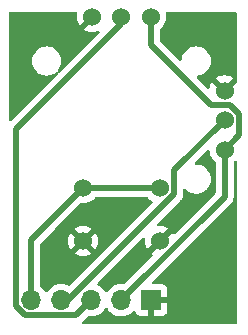
<source format=gbr>
%TF.GenerationSoftware,KiCad,Pcbnew,(6.0.1)*%
%TF.CreationDate,2022-04-14T00:08:53-05:00*%
%TF.ProjectId,THB001P,54484230-3031-4502-9e6b-696361645f70,rev?*%
%TF.SameCoordinates,Original*%
%TF.FileFunction,Copper,L1,Top*%
%TF.FilePolarity,Positive*%
%FSLAX46Y46*%
G04 Gerber Fmt 4.6, Leading zero omitted, Abs format (unit mm)*
G04 Created by KiCad (PCBNEW (6.0.1)) date 2022-04-14 00:08:53*
%MOMM*%
%LPD*%
G01*
G04 APERTURE LIST*
%TA.AperFunction,ComponentPad*%
%ADD10R,1.700000X1.700000*%
%TD*%
%TA.AperFunction,ComponentPad*%
%ADD11O,1.700000X1.700000*%
%TD*%
%TA.AperFunction,ComponentPad*%
%ADD12C,1.524000*%
%TD*%
%TA.AperFunction,Conductor*%
%ADD13C,0.500000*%
%TD*%
G04 APERTURE END LIST*
D10*
%TO.P,J1,1,Pin_1*%
%TO.N,GND*%
X111755000Y-124460000D03*
D11*
%TO.P,J1,2,Pin_2*%
%TO.N,+3V3*%
X109215000Y-124460000D03*
%TO.P,J1,3,Pin_3*%
%TO.N,/2*%
X106675000Y-124460000D03*
%TO.P,J1,4,Pin_4*%
%TO.N,/2'*%
X104135000Y-124460000D03*
%TO.P,J1,5,Pin_5*%
%TO.N,/Button*%
X101595000Y-124460000D03*
%TD*%
D12*
%TO.P,U1,1,1*%
%TO.N,+3V3*%
X111720000Y-100490000D03*
%TO.P,U1,1',1'*%
X117950000Y-111720000D03*
%TO.P,U1,2,2*%
%TO.N,/2*%
X109220000Y-100490000D03*
%TO.P,U1,2',2'*%
%TO.N,/2'*%
X117950000Y-109220000D03*
%TO.P,U1,3,3*%
%TO.N,GND*%
X106720000Y-100490000D03*
%TO.P,U1,3',3'*%
X117950000Y-106720000D03*
%TO.P,U1,a,a*%
%TO.N,/Button*%
X105970000Y-114970000D03*
%TO.P,U1,b,b*%
X112470000Y-114970000D03*
%TO.P,U1,c,c*%
%TO.N,GND*%
X105970000Y-119470000D03*
%TO.P,U1,d,d*%
X112470000Y-119470000D03*
%TD*%
D13*
%TO.N,+3V3*%
X117950000Y-115725000D02*
X117950000Y-111720000D01*
X109215000Y-124460000D02*
X117950000Y-115725000D01*
%TO.N,/2*%
X100295489Y-124998276D02*
X100295489Y-109984531D01*
X101056724Y-125759511D02*
X100295489Y-124998276D01*
X105375489Y-125759511D02*
X101056724Y-125759511D01*
X100295489Y-109984531D02*
X109220000Y-101060020D01*
X106675000Y-124460000D02*
X105375489Y-125759511D01*
%TO.N,/2'*%
X104693336Y-124460000D02*
X104135000Y-124460000D01*
X113681511Y-115471825D02*
X104693336Y-124460000D01*
X113681511Y-113488489D02*
X113681511Y-115471825D01*
X117950000Y-109220000D02*
X113681511Y-113488489D01*
%TO.N,/Button*%
X101595000Y-119345000D02*
X101595000Y-124460000D01*
X105970000Y-114970000D02*
X101595000Y-119345000D01*
%TO.N,+3V3*%
X111720000Y-102830000D02*
X111720000Y-100490000D01*
X116840000Y-107950000D02*
X111720000Y-102830000D01*
X119161511Y-110508489D02*
X119161511Y-108718175D01*
X119161511Y-108718175D02*
X118393336Y-107950000D01*
X117950000Y-111720000D02*
X119161511Y-110508489D01*
X118393336Y-107950000D02*
X116840000Y-107950000D01*
%TO.N,/Button*%
X112470000Y-114970000D02*
X105970000Y-114970000D01*
%TD*%
%TA.AperFunction,Conductor*%
%TO.N,GND*%
G36*
X118910032Y-112660892D02*
G01*
X118966868Y-112703439D01*
X118991679Y-112769959D01*
X118992000Y-112778948D01*
X118992000Y-126366000D01*
X118971998Y-126434121D01*
X118918342Y-126480614D01*
X118866000Y-126492000D01*
X106019871Y-126492000D01*
X105951750Y-126471998D01*
X105905257Y-126418342D01*
X105895153Y-126348068D01*
X105924647Y-126283488D01*
X105930776Y-126276905D01*
X106366441Y-125841240D01*
X106428753Y-125807214D01*
X106480657Y-125806865D01*
X106513597Y-125813567D01*
X106518772Y-125813757D01*
X106518774Y-125813757D01*
X106731673Y-125821564D01*
X106731677Y-125821564D01*
X106736837Y-125821753D01*
X106741957Y-125821097D01*
X106741959Y-125821097D01*
X106953288Y-125794025D01*
X106953289Y-125794025D01*
X106958416Y-125793368D01*
X106963366Y-125791883D01*
X107167429Y-125730661D01*
X107167434Y-125730659D01*
X107172384Y-125729174D01*
X107372994Y-125630896D01*
X107554860Y-125501173D01*
X107576772Y-125479338D01*
X107695036Y-125361486D01*
X107713096Y-125343489D01*
X107843453Y-125162077D01*
X107844776Y-125163028D01*
X107891645Y-125119857D01*
X107961580Y-125107625D01*
X108027026Y-125135144D01*
X108054875Y-125166994D01*
X108114987Y-125265088D01*
X108261250Y-125433938D01*
X108433126Y-125576632D01*
X108626000Y-125689338D01*
X108834692Y-125769030D01*
X108839760Y-125770061D01*
X108839763Y-125770062D01*
X108947017Y-125791883D01*
X109053597Y-125813567D01*
X109058772Y-125813757D01*
X109058774Y-125813757D01*
X109271673Y-125821564D01*
X109271677Y-125821564D01*
X109276837Y-125821753D01*
X109281957Y-125821097D01*
X109281959Y-125821097D01*
X109493288Y-125794025D01*
X109493289Y-125794025D01*
X109498416Y-125793368D01*
X109503366Y-125791883D01*
X109707429Y-125730661D01*
X109707434Y-125730659D01*
X109712384Y-125729174D01*
X109912994Y-125630896D01*
X110094860Y-125501173D01*
X110116772Y-125479338D01*
X110203479Y-125392933D01*
X110265851Y-125359017D01*
X110336658Y-125364205D01*
X110393419Y-125406851D01*
X110410401Y-125437954D01*
X110451676Y-125548054D01*
X110460214Y-125563649D01*
X110536715Y-125665724D01*
X110549276Y-125678285D01*
X110651351Y-125754786D01*
X110666946Y-125763324D01*
X110787394Y-125808478D01*
X110802649Y-125812105D01*
X110853514Y-125817631D01*
X110860328Y-125818000D01*
X111482885Y-125818000D01*
X111498124Y-125813525D01*
X111499329Y-125812135D01*
X111501000Y-125804452D01*
X111501000Y-125799884D01*
X112009000Y-125799884D01*
X112013475Y-125815123D01*
X112014865Y-125816328D01*
X112022548Y-125817999D01*
X112649669Y-125817999D01*
X112656490Y-125817629D01*
X112707352Y-125812105D01*
X112722604Y-125808479D01*
X112843054Y-125763324D01*
X112858649Y-125754786D01*
X112960724Y-125678285D01*
X112973285Y-125665724D01*
X113049786Y-125563649D01*
X113058324Y-125548054D01*
X113103478Y-125427606D01*
X113107105Y-125412351D01*
X113112631Y-125361486D01*
X113113000Y-125354672D01*
X113113000Y-124732115D01*
X113108525Y-124716876D01*
X113107135Y-124715671D01*
X113099452Y-124714000D01*
X112027115Y-124714000D01*
X112011876Y-124718475D01*
X112010671Y-124719865D01*
X112009000Y-124727548D01*
X112009000Y-125799884D01*
X111501000Y-125799884D01*
X111501000Y-124332000D01*
X111521002Y-124263879D01*
X111574658Y-124217386D01*
X111627000Y-124206000D01*
X113094884Y-124206000D01*
X113110123Y-124201525D01*
X113111328Y-124200135D01*
X113112999Y-124192452D01*
X113112999Y-123565331D01*
X113112629Y-123558510D01*
X113107105Y-123507648D01*
X113103479Y-123492396D01*
X113058324Y-123371946D01*
X113049786Y-123356351D01*
X112973285Y-123254276D01*
X112960724Y-123241715D01*
X112858649Y-123165214D01*
X112843054Y-123156676D01*
X112722606Y-123111522D01*
X112707351Y-123107895D01*
X112656486Y-123102369D01*
X112649672Y-123102000D01*
X111949870Y-123102001D01*
X111881749Y-123081999D01*
X111835256Y-123028343D01*
X111825152Y-122958070D01*
X111854645Y-122893489D01*
X111860775Y-122886906D01*
X118438911Y-116308770D01*
X118453323Y-116296384D01*
X118464918Y-116287851D01*
X118464923Y-116287846D01*
X118470818Y-116283508D01*
X118475557Y-116277930D01*
X118475560Y-116277927D01*
X118505035Y-116243232D01*
X118511965Y-116235716D01*
X118517660Y-116230021D01*
X118535281Y-116207749D01*
X118538072Y-116204345D01*
X118580591Y-116154297D01*
X118580592Y-116154295D01*
X118585333Y-116148715D01*
X118588661Y-116142199D01*
X118592020Y-116137162D01*
X118595194Y-116132023D01*
X118599734Y-116126284D01*
X118623941Y-116074488D01*
X118630636Y-116060163D01*
X118632569Y-116056209D01*
X118648632Y-116024752D01*
X118665769Y-115991192D01*
X118667510Y-115984076D01*
X118669604Y-115978446D01*
X118671523Y-115972679D01*
X118674621Y-115966050D01*
X118689483Y-115894600D01*
X118690453Y-115890315D01*
X118706473Y-115824844D01*
X118707808Y-115819390D01*
X118708500Y-115808236D01*
X118708536Y-115808238D01*
X118708775Y-115804248D01*
X118709150Y-115800050D01*
X118710640Y-115792885D01*
X118708546Y-115715479D01*
X118708500Y-115712072D01*
X118708500Y-112805478D01*
X118728502Y-112737357D01*
X118762229Y-112702265D01*
X118765270Y-112700136D01*
X118765272Y-112700134D01*
X118769781Y-112696977D01*
X118776905Y-112689853D01*
X118839217Y-112655827D01*
X118910032Y-112660892D01*
G37*
%TD.AperFunction*%
%TA.AperFunction,Conductor*%
G36*
X116604482Y-111742365D02*
G01*
X116661318Y-111784912D01*
X116685971Y-111849439D01*
X116694022Y-111941463D01*
X116751560Y-112156196D01*
X116753882Y-112161177D01*
X116753883Y-112161178D01*
X116843186Y-112352689D01*
X116843189Y-112352694D01*
X116845512Y-112357676D01*
X116848668Y-112362183D01*
X116848669Y-112362185D01*
X116908000Y-112446918D01*
X116973023Y-112539781D01*
X117130219Y-112696977D01*
X117134728Y-112700134D01*
X117134730Y-112700136D01*
X117137771Y-112702265D01*
X117138797Y-112703548D01*
X117138943Y-112703671D01*
X117138918Y-112703700D01*
X117182099Y-112757722D01*
X117191500Y-112805478D01*
X117191500Y-115358629D01*
X117171498Y-115426750D01*
X117154595Y-115447724D01*
X113760825Y-118841494D01*
X113698513Y-118875520D01*
X113627698Y-118870455D01*
X113568515Y-118824668D01*
X113540203Y-118784233D01*
X113529729Y-118775860D01*
X113516282Y-118782928D01*
X111782207Y-120517003D01*
X111775777Y-120528777D01*
X111785073Y-120540792D01*
X111824669Y-120568518D01*
X111868997Y-120623976D01*
X111876306Y-120694595D01*
X111841493Y-120760826D01*
X109522296Y-123080023D01*
X109459984Y-123114049D01*
X109411105Y-123114975D01*
X109343284Y-123102894D01*
X109269452Y-123101992D01*
X109125081Y-123100228D01*
X109125079Y-123100228D01*
X109119911Y-123100165D01*
X108899091Y-123133955D01*
X108686756Y-123203357D01*
X108488607Y-123306507D01*
X108484474Y-123309610D01*
X108484471Y-123309612D01*
X108409765Y-123365703D01*
X108309965Y-123440635D01*
X108155629Y-123602138D01*
X108048201Y-123759621D01*
X107993293Y-123804621D01*
X107922768Y-123812792D01*
X107859021Y-123781538D01*
X107838324Y-123757054D01*
X107757822Y-123632617D01*
X107757820Y-123632614D01*
X107755014Y-123628277D01*
X107604670Y-123463051D01*
X107600619Y-123459852D01*
X107600615Y-123459848D01*
X107433414Y-123327800D01*
X107433410Y-123327798D01*
X107429359Y-123324598D01*
X107392260Y-123304118D01*
X107301970Y-123254276D01*
X107235847Y-123217774D01*
X107185877Y-123167342D01*
X107171105Y-123097899D01*
X107196221Y-123031494D01*
X107207646Y-123018371D01*
X110992464Y-119233553D01*
X111054776Y-119199527D01*
X111125591Y-119204592D01*
X111182427Y-119247139D01*
X111207238Y-119313659D01*
X111207080Y-119333630D01*
X111195628Y-119464525D01*
X111195628Y-119475475D01*
X111214038Y-119685896D01*
X111215941Y-119696691D01*
X111270609Y-119900715D01*
X111274355Y-119911007D01*
X111363623Y-120102441D01*
X111369103Y-120111932D01*
X111399794Y-120155765D01*
X111410271Y-120164140D01*
X111423718Y-120157072D01*
X113157793Y-118422997D01*
X113164223Y-118411223D01*
X113154926Y-118399207D01*
X113111931Y-118369102D01*
X113102445Y-118363624D01*
X112911007Y-118274355D01*
X112900715Y-118270609D01*
X112696691Y-118215941D01*
X112685896Y-118214038D01*
X112475475Y-118195628D01*
X112464525Y-118195628D01*
X112333630Y-118207080D01*
X112264025Y-118193091D01*
X112213033Y-118143691D01*
X112196842Y-118074566D01*
X112220594Y-118007660D01*
X112233553Y-117992464D01*
X114170422Y-116055595D01*
X114184834Y-116043209D01*
X114196429Y-116034676D01*
X114196434Y-116034671D01*
X114202329Y-116030333D01*
X114207068Y-116024755D01*
X114207071Y-116024752D01*
X114236546Y-115990057D01*
X114243476Y-115982541D01*
X114249171Y-115976846D01*
X114257712Y-115966050D01*
X114266792Y-115954574D01*
X114269583Y-115951170D01*
X114312102Y-115901122D01*
X114312103Y-115901120D01*
X114316844Y-115895540D01*
X114320172Y-115889024D01*
X114323539Y-115883975D01*
X114326706Y-115878846D01*
X114331245Y-115873109D01*
X114362166Y-115806950D01*
X114364072Y-115803050D01*
X114368859Y-115793676D01*
X114397280Y-115738017D01*
X114399019Y-115730909D01*
X114401118Y-115725266D01*
X114403035Y-115719503D01*
X114406133Y-115712875D01*
X114420998Y-115641408D01*
X114421968Y-115637124D01*
X114437984Y-115571670D01*
X114439319Y-115566215D01*
X114440011Y-115555061D01*
X114440047Y-115555063D01*
X114440286Y-115551070D01*
X114440660Y-115546878D01*
X114442151Y-115539710D01*
X114440057Y-115462304D01*
X114440011Y-115458897D01*
X114440011Y-115162927D01*
X114460013Y-115094806D01*
X114513669Y-115048313D01*
X114583943Y-115038209D01*
X114648523Y-115067703D01*
X114655106Y-115073832D01*
X114749415Y-115168141D01*
X114926145Y-115291888D01*
X114931123Y-115294209D01*
X114931126Y-115294211D01*
X115116696Y-115380744D01*
X115121678Y-115383067D01*
X115126986Y-115384489D01*
X115126988Y-115384490D01*
X115324759Y-115437482D01*
X115324760Y-115437482D01*
X115330074Y-115438906D01*
X115545000Y-115457710D01*
X115759926Y-115438906D01*
X115765240Y-115437482D01*
X115765241Y-115437482D01*
X115963012Y-115384490D01*
X115963014Y-115384489D01*
X115968322Y-115383067D01*
X115973304Y-115380744D01*
X116158874Y-115294211D01*
X116158877Y-115294209D01*
X116163855Y-115291888D01*
X116340585Y-115168141D01*
X116493141Y-115015585D01*
X116616888Y-114838855D01*
X116656450Y-114754016D01*
X116705744Y-114648304D01*
X116705745Y-114648302D01*
X116708067Y-114643322D01*
X116763906Y-114434926D01*
X116782710Y-114220000D01*
X116763906Y-114005074D01*
X116708067Y-113796678D01*
X116700011Y-113779401D01*
X116619211Y-113606126D01*
X116619209Y-113606123D01*
X116616888Y-113601145D01*
X116493141Y-113424415D01*
X116340585Y-113271859D01*
X116163855Y-113148112D01*
X116158877Y-113145791D01*
X116158874Y-113145789D01*
X115973304Y-113059256D01*
X115973302Y-113059255D01*
X115968322Y-113056933D01*
X115963014Y-113055511D01*
X115963012Y-113055510D01*
X115765241Y-113002518D01*
X115765240Y-113002518D01*
X115759926Y-113001094D01*
X115754440Y-113000614D01*
X115754434Y-113000613D01*
X115552467Y-112982942D01*
X115486349Y-112957079D01*
X115444709Y-112899575D01*
X115440769Y-112828688D01*
X115474354Y-112768327D01*
X116471355Y-111771326D01*
X116533667Y-111737300D01*
X116604482Y-111742365D01*
G37*
%TD.AperFunction*%
%TA.AperFunction,Conductor*%
G36*
X111452644Y-115748502D02*
G01*
X111487736Y-115782230D01*
X111493023Y-115789781D01*
X111650219Y-115946977D01*
X111654727Y-115950134D01*
X111654730Y-115950136D01*
X111811568Y-116059955D01*
X111855896Y-116115412D01*
X111863205Y-116186031D01*
X111828392Y-116252263D01*
X104870487Y-123210168D01*
X104808175Y-123244194D01*
X104737360Y-123239129D01*
X104720501Y-123231383D01*
X104706065Y-123223415D01*
X104693789Y-123216638D01*
X104688920Y-123214914D01*
X104688916Y-123214912D01*
X104488087Y-123143795D01*
X104488083Y-123143794D01*
X104483212Y-123142069D01*
X104478119Y-123141162D01*
X104478116Y-123141161D01*
X104268373Y-123103800D01*
X104268367Y-123103799D01*
X104263284Y-123102894D01*
X104189452Y-123101992D01*
X104045081Y-123100228D01*
X104045079Y-123100228D01*
X104039911Y-123100165D01*
X103819091Y-123133955D01*
X103606756Y-123203357D01*
X103408607Y-123306507D01*
X103404474Y-123309610D01*
X103404471Y-123309612D01*
X103329765Y-123365703D01*
X103229965Y-123440635D01*
X103075629Y-123602138D01*
X102968201Y-123759621D01*
X102913293Y-123804621D01*
X102842768Y-123812792D01*
X102779021Y-123781538D01*
X102758324Y-123757054D01*
X102677822Y-123632617D01*
X102677820Y-123632614D01*
X102675014Y-123628277D01*
X102524670Y-123463051D01*
X102520615Y-123459848D01*
X102401407Y-123365703D01*
X102360345Y-123307785D01*
X102353500Y-123266821D01*
X102353500Y-120528777D01*
X105275777Y-120528777D01*
X105285074Y-120540793D01*
X105328069Y-120570898D01*
X105337555Y-120576376D01*
X105528993Y-120665645D01*
X105539285Y-120669391D01*
X105743309Y-120724059D01*
X105754104Y-120725962D01*
X105964525Y-120744372D01*
X105975475Y-120744372D01*
X106185896Y-120725962D01*
X106196691Y-120724059D01*
X106400715Y-120669391D01*
X106411007Y-120665645D01*
X106602445Y-120576376D01*
X106611931Y-120570898D01*
X106655764Y-120540207D01*
X106664139Y-120529729D01*
X106657071Y-120516281D01*
X105982812Y-119842022D01*
X105968868Y-119834408D01*
X105967035Y-119834539D01*
X105960420Y-119838790D01*
X105282207Y-120517003D01*
X105275777Y-120528777D01*
X102353500Y-120528777D01*
X102353500Y-119711371D01*
X102373502Y-119643250D01*
X102390405Y-119622276D01*
X102537206Y-119475475D01*
X104695628Y-119475475D01*
X104714038Y-119685896D01*
X104715941Y-119696691D01*
X104770609Y-119900715D01*
X104774355Y-119911007D01*
X104863623Y-120102441D01*
X104869103Y-120111932D01*
X104899794Y-120155765D01*
X104910271Y-120164140D01*
X104923718Y-120157072D01*
X105597978Y-119482812D01*
X105604356Y-119471132D01*
X106334408Y-119471132D01*
X106334539Y-119472965D01*
X106338790Y-119479580D01*
X107017003Y-120157793D01*
X107028777Y-120164223D01*
X107040793Y-120154926D01*
X107070897Y-120111932D01*
X107076377Y-120102441D01*
X107165645Y-119911007D01*
X107169391Y-119900715D01*
X107224059Y-119696691D01*
X107225962Y-119685896D01*
X107244372Y-119475475D01*
X107244372Y-119464525D01*
X107225962Y-119254104D01*
X107224059Y-119243309D01*
X107169391Y-119039285D01*
X107165645Y-119028993D01*
X107076377Y-118837559D01*
X107070897Y-118828068D01*
X107040206Y-118784235D01*
X107029729Y-118775860D01*
X107016282Y-118782928D01*
X106342022Y-119457188D01*
X106334408Y-119471132D01*
X105604356Y-119471132D01*
X105605592Y-119468868D01*
X105605461Y-119467035D01*
X105601210Y-119460420D01*
X104922997Y-118782207D01*
X104911223Y-118775777D01*
X104899207Y-118785074D01*
X104869103Y-118828068D01*
X104863623Y-118837559D01*
X104774355Y-119028993D01*
X104770609Y-119039285D01*
X104715941Y-119243309D01*
X104714038Y-119254104D01*
X104695628Y-119464525D01*
X104695628Y-119475475D01*
X102537206Y-119475475D01*
X103602410Y-118410271D01*
X105275860Y-118410271D01*
X105282928Y-118423718D01*
X105957188Y-119097978D01*
X105971132Y-119105592D01*
X105972965Y-119105461D01*
X105979580Y-119101210D01*
X106657793Y-118422997D01*
X106664223Y-118411223D01*
X106654926Y-118399207D01*
X106611931Y-118369102D01*
X106602445Y-118363624D01*
X106411007Y-118274355D01*
X106400715Y-118270609D01*
X106196691Y-118215941D01*
X106185896Y-118214038D01*
X105975475Y-118195628D01*
X105964525Y-118195628D01*
X105754104Y-118214038D01*
X105743309Y-118215941D01*
X105539285Y-118270609D01*
X105528993Y-118274355D01*
X105337559Y-118363623D01*
X105328068Y-118369103D01*
X105284235Y-118399794D01*
X105275860Y-118410271D01*
X103602410Y-118410271D01*
X105742086Y-116270595D01*
X105804398Y-116236569D01*
X105842162Y-116234169D01*
X105964524Y-116244874D01*
X105964525Y-116244874D01*
X105970000Y-116245353D01*
X106191463Y-116225978D01*
X106340546Y-116186031D01*
X106400886Y-116169863D01*
X106400888Y-116169862D01*
X106406196Y-116168440D01*
X106436526Y-116154297D01*
X106602690Y-116076814D01*
X106602695Y-116076811D01*
X106607677Y-116074488D01*
X106738991Y-115982541D01*
X106785270Y-115950136D01*
X106785273Y-115950134D01*
X106789781Y-115946977D01*
X106946977Y-115789781D01*
X106952264Y-115782231D01*
X106953546Y-115781206D01*
X106953669Y-115781059D01*
X106953698Y-115781084D01*
X107007718Y-115737902D01*
X107055477Y-115728500D01*
X111384523Y-115728500D01*
X111452644Y-115748502D01*
G37*
%TD.AperFunction*%
%TA.AperFunction,Conductor*%
G36*
X105427547Y-100068002D02*
G01*
X105474040Y-100121658D01*
X105484144Y-100191932D01*
X105481133Y-100206611D01*
X105465941Y-100263309D01*
X105464038Y-100274104D01*
X105445628Y-100484525D01*
X105445628Y-100495475D01*
X105464038Y-100705896D01*
X105465941Y-100716691D01*
X105520609Y-100920715D01*
X105524355Y-100931007D01*
X105613623Y-101122441D01*
X105619103Y-101131932D01*
X105649794Y-101175765D01*
X105660271Y-101184140D01*
X105673718Y-101177072D01*
X106630905Y-100219885D01*
X106693217Y-100185859D01*
X106764032Y-100190924D01*
X106809095Y-100219885D01*
X106990115Y-100400905D01*
X107024141Y-100463217D01*
X107019076Y-100534032D01*
X106990115Y-100579095D01*
X106032207Y-101537003D01*
X106025777Y-101548777D01*
X106035074Y-101560793D01*
X106078069Y-101590898D01*
X106087555Y-101596376D01*
X106278993Y-101685645D01*
X106289285Y-101689391D01*
X106493309Y-101744059D01*
X106504104Y-101745962D01*
X106714525Y-101764372D01*
X106725475Y-101764372D01*
X106935896Y-101745962D01*
X106946691Y-101744059D01*
X107150715Y-101689391D01*
X107161007Y-101685645D01*
X107189211Y-101672493D01*
X107259402Y-101661832D01*
X107324215Y-101690812D01*
X107363072Y-101750231D01*
X107363635Y-101821226D01*
X107331556Y-101875783D01*
X104047267Y-105160072D01*
X103984955Y-105194098D01*
X103914140Y-105189033D01*
X103857304Y-105146486D01*
X103832493Y-105079966D01*
X103847584Y-105010592D01*
X103854959Y-104998707D01*
X103966888Y-104838855D01*
X104058067Y-104643322D01*
X104113906Y-104434926D01*
X104132710Y-104220000D01*
X104113906Y-104005074D01*
X104058067Y-103796678D01*
X103966888Y-103601145D01*
X103843141Y-103424415D01*
X103690585Y-103271859D01*
X103513855Y-103148112D01*
X103508877Y-103145791D01*
X103508874Y-103145789D01*
X103323304Y-103059256D01*
X103323302Y-103059255D01*
X103318322Y-103056933D01*
X103313014Y-103055511D01*
X103313012Y-103055510D01*
X103115241Y-103002518D01*
X103115240Y-103002518D01*
X103109926Y-103001094D01*
X102895000Y-102982290D01*
X102680074Y-103001094D01*
X102674760Y-103002518D01*
X102674759Y-103002518D01*
X102476988Y-103055510D01*
X102476986Y-103055511D01*
X102471678Y-103056933D01*
X102466698Y-103059255D01*
X102466696Y-103059256D01*
X102281126Y-103145789D01*
X102281123Y-103145791D01*
X102276145Y-103148112D01*
X102099415Y-103271859D01*
X101946859Y-103424415D01*
X101823112Y-103601145D01*
X101731933Y-103796678D01*
X101676094Y-104005074D01*
X101657290Y-104220000D01*
X101676094Y-104434926D01*
X101731933Y-104643322D01*
X101823112Y-104838855D01*
X101946859Y-105015585D01*
X102099415Y-105168141D01*
X102276145Y-105291888D01*
X102281123Y-105294209D01*
X102281126Y-105294211D01*
X102426165Y-105361844D01*
X102471678Y-105383067D01*
X102476986Y-105384489D01*
X102476988Y-105384490D01*
X102674759Y-105437482D01*
X102674760Y-105437482D01*
X102680074Y-105438906D01*
X102895000Y-105457710D01*
X103109926Y-105438906D01*
X103115240Y-105437482D01*
X103115241Y-105437482D01*
X103313012Y-105384490D01*
X103313014Y-105384489D01*
X103318322Y-105383067D01*
X103363835Y-105361844D01*
X103508874Y-105294211D01*
X103508877Y-105294209D01*
X103513855Y-105291888D01*
X103673707Y-105179959D01*
X103740981Y-105157271D01*
X103809841Y-105174556D01*
X103858425Y-105226326D01*
X103871307Y-105296144D01*
X103844398Y-105361844D01*
X103835072Y-105372267D01*
X99903095Y-109304244D01*
X99840783Y-109338270D01*
X99769968Y-109333205D01*
X99713132Y-109290658D01*
X99688321Y-109224138D01*
X99688000Y-109215149D01*
X99688000Y-100174000D01*
X99708002Y-100105879D01*
X99761658Y-100059386D01*
X99814000Y-100048000D01*
X105359426Y-100048000D01*
X105427547Y-100068002D01*
G37*
%TD.AperFunction*%
%TA.AperFunction,Conductor*%
G36*
X118934121Y-100068002D02*
G01*
X118980614Y-100121658D01*
X118992000Y-100174000D01*
X118992000Y-105985020D01*
X118971998Y-106053141D01*
X118955095Y-106074115D01*
X118039095Y-106990115D01*
X117976783Y-107024141D01*
X117905968Y-107019076D01*
X117860905Y-106990115D01*
X116902997Y-106032207D01*
X116891223Y-106025777D01*
X116879207Y-106035074D01*
X116849103Y-106078068D01*
X116843623Y-106087559D01*
X116754355Y-106278993D01*
X116750609Y-106289285D01*
X116701718Y-106471751D01*
X116664766Y-106532374D01*
X116600906Y-106563395D01*
X116530411Y-106554967D01*
X116490916Y-106528235D01*
X115622952Y-105660271D01*
X117255860Y-105660271D01*
X117262928Y-105673718D01*
X117937188Y-106347978D01*
X117951132Y-106355592D01*
X117952965Y-106355461D01*
X117959580Y-106351210D01*
X118637793Y-105672997D01*
X118644223Y-105661223D01*
X118634926Y-105649207D01*
X118591931Y-105619102D01*
X118582445Y-105613624D01*
X118391007Y-105524355D01*
X118380715Y-105520609D01*
X118176691Y-105465941D01*
X118165896Y-105464038D01*
X117955475Y-105445628D01*
X117944525Y-105445628D01*
X117734104Y-105464038D01*
X117723309Y-105465941D01*
X117519285Y-105520609D01*
X117508993Y-105524355D01*
X117317559Y-105613623D01*
X117308068Y-105619103D01*
X117264235Y-105649794D01*
X117255860Y-105660271D01*
X115622952Y-105660271D01*
X115621481Y-105658800D01*
X115587455Y-105596488D01*
X115592520Y-105525673D01*
X115635067Y-105468837D01*
X115699594Y-105444185D01*
X115724781Y-105441981D01*
X115754445Y-105439386D01*
X115754450Y-105439385D01*
X115759926Y-105438906D01*
X115765240Y-105437482D01*
X115765241Y-105437482D01*
X115963012Y-105384490D01*
X115963014Y-105384489D01*
X115968322Y-105383067D01*
X116013835Y-105361844D01*
X116158874Y-105294211D01*
X116158877Y-105294209D01*
X116163855Y-105291888D01*
X116340585Y-105168141D01*
X116493141Y-105015585D01*
X116616888Y-104838855D01*
X116708067Y-104643322D01*
X116763906Y-104434926D01*
X116782710Y-104220000D01*
X116763906Y-104005074D01*
X116708067Y-103796678D01*
X116616888Y-103601145D01*
X116493141Y-103424415D01*
X116340585Y-103271859D01*
X116163855Y-103148112D01*
X116158877Y-103145791D01*
X116158874Y-103145789D01*
X115973304Y-103059256D01*
X115973302Y-103059255D01*
X115968322Y-103056933D01*
X115963014Y-103055511D01*
X115963012Y-103055510D01*
X115765241Y-103002518D01*
X115765240Y-103002518D01*
X115759926Y-103001094D01*
X115545000Y-102982290D01*
X115330074Y-103001094D01*
X115324760Y-103002518D01*
X115324759Y-103002518D01*
X115126988Y-103055510D01*
X115126986Y-103055511D01*
X115121678Y-103056933D01*
X115116698Y-103059255D01*
X115116696Y-103059256D01*
X114931126Y-103145789D01*
X114931123Y-103145791D01*
X114926145Y-103148112D01*
X114749415Y-103271859D01*
X114596859Y-103424415D01*
X114473112Y-103601145D01*
X114381933Y-103796678D01*
X114326094Y-104005074D01*
X114325615Y-104010550D01*
X114325614Y-104010555D01*
X114320816Y-104065405D01*
X114294953Y-104131523D01*
X114237450Y-104173163D01*
X114166562Y-104177104D01*
X114106200Y-104143519D01*
X112515405Y-102552724D01*
X112481379Y-102490412D01*
X112478500Y-102463629D01*
X112478500Y-101575478D01*
X112498502Y-101507357D01*
X112532229Y-101472265D01*
X112535270Y-101470136D01*
X112535272Y-101470134D01*
X112539781Y-101466977D01*
X112696977Y-101309781D01*
X112824488Y-101127676D01*
X112826811Y-101122694D01*
X112826814Y-101122689D01*
X112916117Y-100931178D01*
X112916118Y-100931177D01*
X112918440Y-100926196D01*
X112975978Y-100711463D01*
X112995353Y-100490000D01*
X112975978Y-100268537D01*
X112959385Y-100206611D01*
X112961075Y-100135635D01*
X113000869Y-100076839D01*
X113066133Y-100048891D01*
X113081092Y-100048000D01*
X118866000Y-100048000D01*
X118934121Y-100068002D01*
G37*
%TD.AperFunction*%
%TD*%
M02*

</source>
